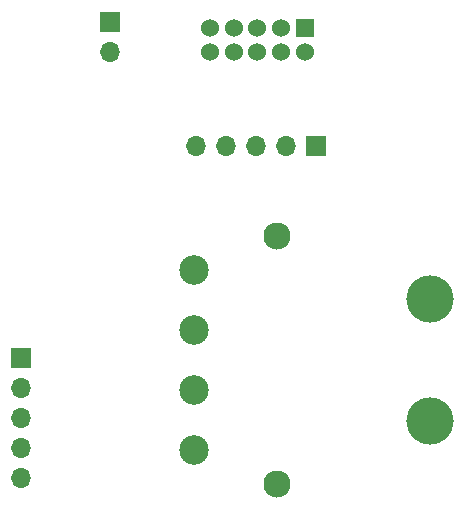
<source format=gbs>
G04 #@! TF.GenerationSoftware,KiCad,Pcbnew,(6.0.8)*
G04 #@! TF.CreationDate,2022-10-08T19:14:22-07:00*
G04 #@! TF.ProjectId,opnsense-gps-pps,6f706e73-656e-4736-952d-6770732d7070,rev?*
G04 #@! TF.SameCoordinates,Original*
G04 #@! TF.FileFunction,Soldermask,Bot*
G04 #@! TF.FilePolarity,Negative*
%FSLAX46Y46*%
G04 Gerber Fmt 4.6, Leading zero omitted, Abs format (unit mm)*
G04 Created by KiCad (PCBNEW (6.0.8)) date 2022-10-08 19:14:22*
%MOMM*%
%LPD*%
G01*
G04 APERTURE LIST*
%ADD10C,4.000000*%
%ADD11C,2.300000*%
%ADD12C,2.500000*%
%ADD13R,1.700000X1.700000*%
%ADD14O,1.700000X1.700000*%
%ADD15R,1.524003X1.524003*%
%ADD16C,1.524003*%
G04 APERTURE END LIST*
D10*
X123625000Y-80275000D03*
D11*
X110625000Y-64625000D03*
X110625000Y-85625000D03*
D10*
X123625000Y-69975000D03*
D12*
X103625000Y-67505000D03*
X103625000Y-72585000D03*
X103625000Y-77665000D03*
X103625000Y-82745000D03*
D13*
X96500000Y-46475000D03*
D14*
X96500000Y-49015000D03*
D15*
X113000025Y-47000000D03*
D16*
X113000025Y-49000000D03*
X111000025Y-47000000D03*
X111000025Y-49000000D03*
X109000025Y-47000000D03*
X109000025Y-49000000D03*
X107000025Y-47000000D03*
X107000025Y-49000000D03*
X105000025Y-47000000D03*
X105000025Y-49000000D03*
D13*
X114000000Y-57000000D03*
D14*
X111460000Y-57000000D03*
X108920000Y-57000000D03*
X106380000Y-57000000D03*
X103840000Y-57000000D03*
D13*
X89000000Y-74925000D03*
D14*
X89000000Y-77465000D03*
X89000000Y-80005000D03*
X89000000Y-82545000D03*
X89000000Y-85085000D03*
M02*

</source>
